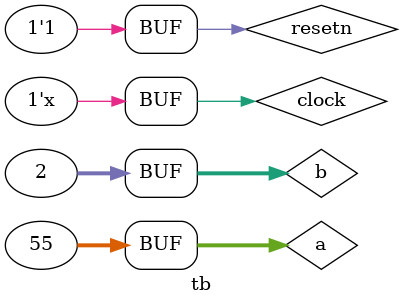
<source format=v>
`timescale 1ns / 1ps


module tb;

	// Inputs
	reg [31:0] a;
	reg [31:0] b;
	reg start;
	reg clock;
	reg resetn;

	// Outputs
	wire [31:0] q;
	wire [31:0] r;
	wire busy;

	// Instantiate the Unit Under Test (UUT)
	divu uut (
		.a(a), 
		.b(b), 
		.start(start), 
		.clock(clock), 
		.resetn(resetn), 
		.q(q), 
		.r(r), 
		.busy(busy)
	);

	initial begin
		// Initialize Inputs
		start = 0;
		clock = 0;
		resetn = 0;
		a=1;
		b=2;
		// Wait 100 ns for global reset to finish
		#3;
      start = 1;
		resetn = 1;
		a=1;
		b=2;
		#120;
		a=-1;
		b=2;
		#240;
		a=55;
		b=2;
		// Add stimulus here

	end
   always #3 clock=~clock;
	always@(posedge clock)
	begin
		if(busy) start<=0;
		else start<=1;
	end
endmodule


</source>
